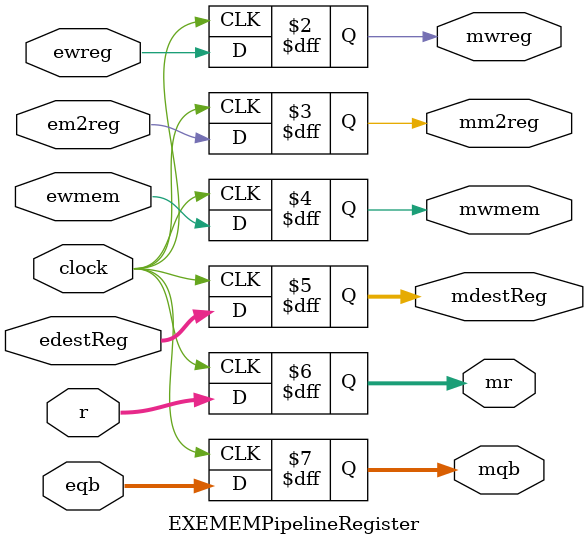
<source format=v>
`timescale 1ns / 1ps

module EXEMEMPipelineRegister(
input ewreg,
input em2reg,
input ewmem,
input [4:0] edestReg,
input [31:0] r,
input [31:0] eqb,
input clock,

output reg mwreg,
output reg mm2reg,
output reg mwmem,
output reg [4:0] mdestReg,
output reg [31:0] mr,
output reg [31:0] mqb);

always @(posedge clock) begin
        mwreg <= ewreg;
        mm2reg <= em2reg;
        mwmem <= ewmem;
        mdestReg <= edestReg;
        mr <= r;
        mqb <= eqb;
    end
endmodule

</source>
